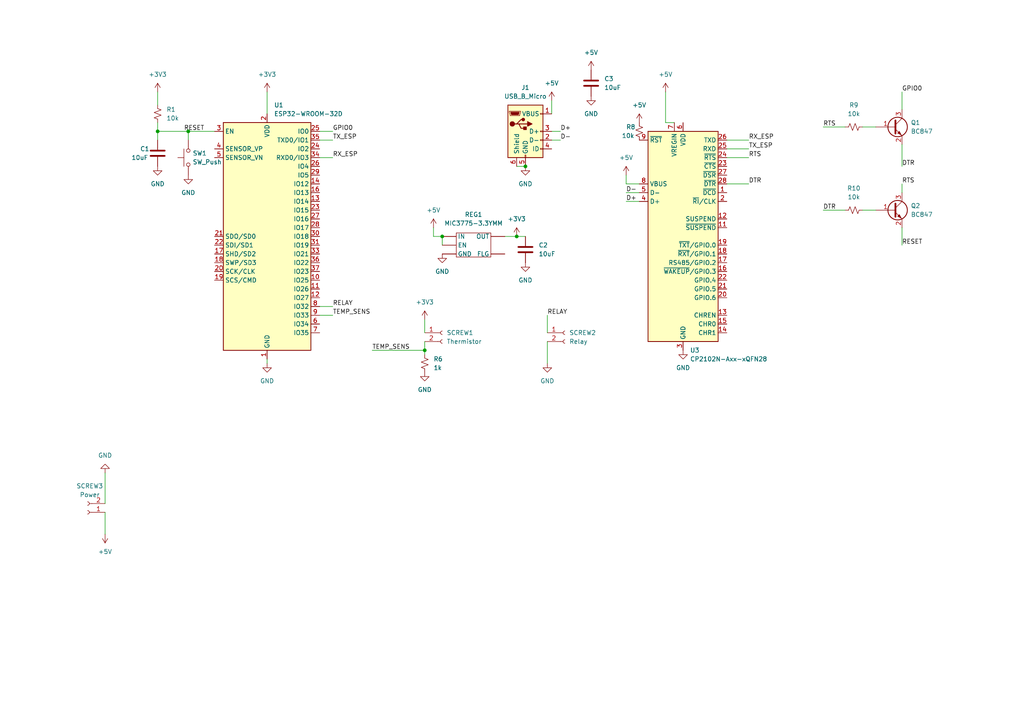
<source format=kicad_sch>
(kicad_sch (version 20211123) (generator eeschema)
  (paper "A4")
  (lib_symbols
    (symbol "Connector:Conn_01x02_Female" (pin_names (offset 1.016) hide)
      (property "Reference" "J" (at 0 2.54 0))
      (property "Value" "Conn_01x02_Female" (at 0 -5.08 0))
      (symbol "Conn_01x02_Female_1_1"
        (arc (start 0 -2.032) (mid -0.508 -2.54) (end 0 -3.048) (stroke (width 0.1524)))
        (polyline (pts (xy -1.27 -2.54) (xy -0.508 -2.54)) (stroke (width 0.1524)))
        (polyline (pts (xy -1.27 0) (xy -0.508 0)) (stroke (width 0.1524)))
        (arc (start 0 0.508) (mid -0.508 0) (end 0 -0.508) (stroke (width 0.1524)))
        (pin passive line (at -5.08 0 0) (length 3.81) (name "Pin_1") (number "1"))
        (pin passive line (at -5.08 -2.54 0) (length 3.81) (name "Pin_2") (number "2"))
      )
    )
    (symbol "Connector:USB_B_Micro" (pin_names (offset 1.016))
      (property "Reference" "J" (at -5.08 11.43 0))
      (property "Value" "USB_B_Micro" (at -5.08 8.89 0))
      (symbol "USB_B_Micro_0_1"
        (rectangle (start -5.08 -7.62) (end 5.08 7.62) (stroke (width 0.254)) (fill (type background)))
        (circle (center -3.81 2.159) (radius 0.635) (stroke (width 0.254)) (fill (type outline)))
        (circle (center -0.635 3.429) (radius 0.381) (stroke (width 0.254)) (fill (type outline)))
        (rectangle (start -0.127 -7.62) (end 0.127 -6.858))
        (polyline (pts (xy -1.905 2.159) (xy 0.635 2.159)) (stroke (width 0.254)))
        (polyline (pts (xy -3.175 2.159) (xy -2.54 2.159) (xy -1.27 3.429) (xy -0.635 3.429)) (stroke (width 0.254)))
        (polyline (pts (xy -2.54 2.159) (xy -1.905 2.159) (xy -1.27 0.889) (xy 0 0.889)) (stroke (width 0.254)))
        (polyline (pts (xy 0.635 2.794) (xy 0.635 1.524) (xy 1.905 2.159) (xy 0.635 2.794)) (stroke (width 0.254)) (fill (type outline)))
        (polyline (pts (xy -4.318 5.588) (xy -1.778 5.588) (xy -2.032 4.826) (xy -4.064 4.826) (xy -4.318 5.588)) (fill (type outline)))
        (polyline (pts (xy -4.699 5.842) (xy -4.699 5.588) (xy -4.445 4.826) (xy -4.445 4.572) (xy -1.651 4.572) (xy -1.651 4.826) (xy -1.397 5.588) (xy -1.397 5.842) (xy -4.699 5.842)))
        (rectangle (start 0.254 1.27) (end -0.508 0.508) (stroke (width 0.254)) (fill (type outline)))
        (rectangle (start 5.08 -5.207) (end 4.318 -4.953))
        (rectangle (start 5.08 -2.667) (end 4.318 -2.413))
        (rectangle (start 5.08 -0.127) (end 4.318 0.127))
        (rectangle (start 5.08 4.953) (end 4.318 5.207))
      )
      (symbol "USB_B_Micro_1_1"
        (pin power_out line (at 7.62 5.08 180) (length 2.54) (name "VBUS") (number "1"))
        (pin bidirectional line (at 7.62 -2.54 180) (length 2.54) (name "D-") (number "2"))
        (pin bidirectional line (at 7.62 0 180) (length 2.54) (name "D+") (number "3"))
        (pin passive line (at 7.62 -5.08 180) (length 2.54) (name "ID") (number "4"))
        (pin power_out line (at 0 -10.16 90) (length 2.54) (name "GND") (number "5"))
        (pin passive line (at -2.54 -10.16 90) (length 2.54) (name "Shield") (number "6"))
      )
    )
    (symbol "Device:C" (pin_numbers hide) (pin_names (offset 0.254))
      (property "Reference" "C" (at 0.635 2.54 0))
      (property "Value" "C" (at 0.635 -2.54 0))
      (symbol "C_0_1"
        (polyline (pts (xy -2.032 -0.762) (xy 2.032 -0.762)) (stroke (width 0.508)))
        (polyline (pts (xy -2.032 0.762) (xy 2.032 0.762)) (stroke (width 0.508)))
      )
      (symbol "C_1_1"
        (pin passive line (at 0 3.81 270) (length 2.794) (name "~") (number "1"))
        (pin passive line (at 0 -3.81 90) (length 2.794) (name "~") (number "2"))
      )
    )
    (symbol "Device:R_Small_US" (pin_numbers hide) (pin_names (offset 0.254) hide)
      (property "Reference" "R" (at 0.762 0.508 0))
      (property "Value" "R_Small_US" (at 0.762 -1.016 0))
      (symbol "R_Small_US_1_1"
        (polyline (pts (xy 0 0) (xy 1.016 -0.381) (xy 0 -0.762) (xy -1.016 -1.143) (xy 0 -1.524)))
        (polyline (pts (xy 0 1.524) (xy 1.016 1.143) (xy 0 0.762) (xy -1.016 0.381) (xy 0 0)))
        (pin passive line (at 0 2.54 270) (length 1.016) (name "~") (number "1"))
        (pin passive line (at 0 -2.54 90) (length 1.016) (name "~") (number "2"))
      )
    )
    (symbol "Interface_USB:CP2102N-Axx-xQFN28"
      (property "Reference" "U" (at -8.89 31.75 0))
      (property "Value" "CP2102N-Axx-xQFN28" (at 12.7 31.75 0))
      (symbol "CP2102N-Axx-xQFN28_0_1"
        (rectangle (start -10.16 30.48) (end 10.16 -30.48) (stroke (width 0.254)) (fill (type background)))
      )
      (symbol "CP2102N-Axx-xQFN28_1_1"
        (pin input line (at 12.7 12.7 180) (length 2.54) (name "~{DCD}") (number "1"))
        (pin no_connect line (at -10.16 -27.94 0) (length 2.54) hide (name "NC") (number "10"))
        (pin output line (at 12.7 2.54 180) (length 2.54) (name "~{SUSPEND}") (number "11"))
        (pin output line (at 12.7 5.08 180) (length 2.54) (name "SUSPEND") (number "12"))
        (pin output line (at 12.7 -22.86 180) (length 2.54) (name "CHREN") (number "13"))
        (pin output line (at 12.7 -27.94 180) (length 2.54) (name "CHR1") (number "14"))
        (pin output line (at 12.7 -25.4 180) (length 2.54) (name "CHR0") (number "15"))
        (pin bidirectional line (at 12.7 -10.16 180) (length 2.54) (name "~{WAKEUP}/GPIO.3") (number "16"))
        (pin bidirectional line (at 12.7 -7.62 180) (length 2.54) (name "RS485/GPIO.2") (number "17"))
        (pin bidirectional line (at 12.7 -5.08 180) (length 2.54) (name "~{RXT}/GPIO.1") (number "18"))
        (pin bidirectional line (at 12.7 -2.54 180) (length 2.54) (name "~{TXT}/GPIO.0") (number "19"))
        (pin bidirectional line (at 12.7 10.16 180) (length 2.54) (name "~{RI}/CLK") (number "2"))
        (pin bidirectional line (at 12.7 -17.78 180) (length 2.54) (name "GPIO.6") (number "20"))
        (pin bidirectional line (at 12.7 -15.24 180) (length 2.54) (name "GPIO.5") (number "21"))
        (pin bidirectional line (at 12.7 -12.7 180) (length 2.54) (name "GPIO.4") (number "22"))
        (pin input line (at 12.7 20.32 180) (length 2.54) (name "~{CTS}") (number "23"))
        (pin output line (at 12.7 22.86 180) (length 2.54) (name "~{RTS}") (number "24"))
        (pin input line (at 12.7 25.4 180) (length 2.54) (name "RXD") (number "25"))
        (pin output line (at 12.7 27.94 180) (length 2.54) (name "TXD") (number "26"))
        (pin input line (at 12.7 17.78 180) (length 2.54) (name "~{DSR}") (number "27"))
        (pin output line (at 12.7 15.24 180) (length 2.54) (name "~{DTR}") (number "28"))
        (pin passive line (at 0 -33.02 90) (length 2.54) hide (name "GND") (number "29"))
        (pin power_in line (at 0 -33.02 90) (length 2.54) (name "GND") (number "3"))
        (pin bidirectional line (at -12.7 10.16 0) (length 2.54) (name "D+") (number "4"))
        (pin bidirectional line (at -12.7 12.7 0) (length 2.54) (name "D-") (number "5"))
        (pin power_in line (at 0 33.02 270) (length 2.54) (name "VDD") (number "6"))
        (pin power_in line (at -2.54 33.02 270) (length 2.54) (name "VREGIN") (number "7"))
        (pin input line (at -12.7 15.24 0) (length 2.54) (name "VBUS") (number "8"))
        (pin input line (at -12.7 27.94 0) (length 2.54) (name "~{RST}") (number "9"))
      )
    )
    (symbol "LinReg:MIC3775-3.3YMM"
      (property "Reference" "REG" (at 1.016 0.254 0))
      (property "Value" "MIC3775-3.3YMM" (at 0.635 -1.651 0))
      (symbol "MIC3775-3.3YMM_0_1"
        (rectangle (start -4.191 -2.794) (end 5.842 -9.779))
      )
      (symbol "MIC3775-3.3YMM_1_1"
        (pin input line (at -8.255 -6.35 0) (length 4) (name "EN") (number "EN"))
        (pin output line (at 9.906 -8.89 180) (length 4) (name "FLG") (number "FLG"))
        (pin input line (at -8.255 -8.89 0) (length 4) (name "GND") (number "GND"))
        (pin input line (at -8.255 -3.81 0) (length 4) (name "IN") (number "IN"))
        (pin output line (at 9.906 -3.81 180) (length 4) (name "OUT") (number "OUT"))
      )
    )
    (symbol "RF_Module:ESP32-WROOM-32D"
      (property "Reference" "U" (at -12.7 34.29 0))
      (property "Value" "ESP32-WROOM-32D" (at 1.27 34.29 0))
      (symbol "ESP32-WROOM-32D_0_1"
        (rectangle (start -12.7 33.02) (end 12.7 -33.02) (stroke (width 0.254)) (fill (type background)))
      )
      (symbol "ESP32-WROOM-32D_1_1"
        (pin power_in line (at 0 -35.56 90) (length 2.54) (name "GND") (number "1"))
        (pin bidirectional line (at 15.24 -12.7 180) (length 2.54) (name "IO25") (number "10"))
        (pin bidirectional line (at 15.24 -15.24 180) (length 2.54) (name "IO26") (number "11"))
        (pin bidirectional line (at 15.24 -17.78 180) (length 2.54) (name "IO27") (number "12"))
        (pin bidirectional line (at 15.24 10.16 180) (length 2.54) (name "IO14") (number "13"))
        (pin bidirectional line (at 15.24 15.24 180) (length 2.54) (name "IO12") (number "14"))
        (pin passive line (at 0 -35.56 90) (length 2.54) hide (name "GND") (number "15"))
        (pin bidirectional line (at 15.24 12.7 180) (length 2.54) (name "IO13") (number "16"))
        (pin bidirectional line (at -15.24 -5.08 0) (length 2.54) (name "SHD/SD2") (number "17"))
        (pin bidirectional line (at -15.24 -7.62 0) (length 2.54) (name "SWP/SD3") (number "18"))
        (pin bidirectional line (at -15.24 -12.7 0) (length 2.54) (name "SCS/CMD") (number "19"))
        (pin power_in line (at 0 35.56 270) (length 2.54) (name "VDD") (number "2"))
        (pin bidirectional line (at -15.24 -10.16 0) (length 2.54) (name "SCK/CLK") (number "20"))
        (pin bidirectional line (at -15.24 0 0) (length 2.54) (name "SDO/SD0") (number "21"))
        (pin bidirectional line (at -15.24 -2.54 0) (length 2.54) (name "SDI/SD1") (number "22"))
        (pin bidirectional line (at 15.24 7.62 180) (length 2.54) (name "IO15") (number "23"))
        (pin bidirectional line (at 15.24 25.4 180) (length 2.54) (name "IO2") (number "24"))
        (pin bidirectional line (at 15.24 30.48 180) (length 2.54) (name "IO0") (number "25"))
        (pin bidirectional line (at 15.24 20.32 180) (length 2.54) (name "IO4") (number "26"))
        (pin bidirectional line (at 15.24 5.08 180) (length 2.54) (name "IO16") (number "27"))
        (pin bidirectional line (at 15.24 2.54 180) (length 2.54) (name "IO17") (number "28"))
        (pin bidirectional line (at 15.24 17.78 180) (length 2.54) (name "IO5") (number "29"))
        (pin input line (at -15.24 30.48 0) (length 2.54) (name "EN") (number "3"))
        (pin bidirectional line (at 15.24 0 180) (length 2.54) (name "IO18") (number "30"))
        (pin bidirectional line (at 15.24 -2.54 180) (length 2.54) (name "IO19") (number "31"))
        (pin no_connect line (at -12.7 -27.94 0) (length 2.54) hide (name "NC") (number "32"))
        (pin bidirectional line (at 15.24 -5.08 180) (length 2.54) (name "IO21") (number "33"))
        (pin bidirectional line (at 15.24 22.86 180) (length 2.54) (name "RXD0/IO3") (number "34"))
        (pin bidirectional line (at 15.24 27.94 180) (length 2.54) (name "TXD0/IO1") (number "35"))
        (pin bidirectional line (at 15.24 -7.62 180) (length 2.54) (name "IO22") (number "36"))
        (pin bidirectional line (at 15.24 -10.16 180) (length 2.54) (name "IO23") (number "37"))
        (pin passive line (at 0 -35.56 90) (length 2.54) hide (name "GND") (number "38"))
        (pin passive line (at 0 -35.56 90) (length 2.54) hide (name "GND") (number "39"))
        (pin input line (at -15.24 25.4 0) (length 2.54) (name "SENSOR_VP") (number "4"))
        (pin input line (at -15.24 22.86 0) (length 2.54) (name "SENSOR_VN") (number "5"))
        (pin input line (at 15.24 -25.4 180) (length 2.54) (name "IO34") (number "6"))
        (pin input line (at 15.24 -27.94 180) (length 2.54) (name "IO35") (number "7"))
        (pin bidirectional line (at 15.24 -20.32 180) (length 2.54) (name "IO32") (number "8"))
        (pin bidirectional line (at 15.24 -22.86 180) (length 2.54) (name "IO33") (number "9"))
      )
    )
    (symbol "Switch:SW_Push" (pin_numbers hide) (pin_names (offset 1.016) hide)
      (property "Reference" "SW" (at 1.27 2.54 0))
      (property "Value" "SW_Push" (at 0 -1.524 0))
      (symbol "SW_Push_0_1"
        (circle (center -2.032 0) (radius 0.508))
        (polyline (pts (xy 0 1.27) (xy 0 3.048)))
        (polyline (pts (xy 2.54 1.27) (xy -2.54 1.27)))
        (circle (center 2.032 0) (radius 0.508))
        (pin passive line (at -5.08 0 0) (length 2.54) (name "1") (number "1"))
        (pin passive line (at 5.08 0 180) (length 2.54) (name "2") (number "2"))
      )
    )
    (symbol "Transistor_BJT:BC847" (pin_names (offset 0) hide)
      (property "Reference" "Q" (at 5.08 1.905 0))
      (property "Value" "BC847" (at 5.08 0 0))
      (symbol "BC847_0_1"
        (polyline (pts (xy 0.635 0.635) (xy 2.54 2.54)))
        (polyline (pts (xy 0.635 -0.635) (xy 2.54 -2.54) (xy 2.54 -2.54)))
        (polyline (pts (xy 0.635 1.905) (xy 0.635 -1.905) (xy 0.635 -1.905)) (stroke (width 0.508)))
        (polyline (pts (xy 1.27 -1.778) (xy 1.778 -1.27) (xy 2.286 -2.286) (xy 1.27 -1.778) (xy 1.27 -1.778)) (fill (type outline)))
        (circle (center 1.27 0) (radius 2.8194) (stroke (width 0.254)))
      )
      (symbol "BC847_1_1"
        (pin input line (at -5.08 0 0) (length 5.715) (name "B") (number "1"))
        (pin passive line (at 2.54 -5.08 90) (length 2.54) (name "E") (number "2"))
        (pin passive line (at 2.54 5.08 270) (length 2.54) (name "C") (number "3"))
      )
    )
    (symbol "power:+3.3V" (power) (pin_names (offset 0))
      (property "Value" "+3.3V" (at 0 3.556 0))
      (symbol "+3.3V_0_1"
        (polyline (pts (xy -0.762 1.27) (xy 0 2.54)))
        (polyline (pts (xy 0 0) (xy 0 2.54)))
        (polyline (pts (xy 0 2.54) (xy 0.762 1.27)))
      )
      (symbol "+3.3V_1_1"
        (pin power_in line (at 0 0 90) (length 0) hide (name "+3V3") (number "1"))
      )
    )
    (symbol "power:+5V" (power) (pin_names (offset 0))
      (property "Value" "+5V" (at 0 3.556 0))
      (symbol "+5V_0_1"
        (polyline (pts (xy -0.762 1.27) (xy 0 2.54)))
        (polyline (pts (xy 0 0) (xy 0 2.54)))
        (polyline (pts (xy 0 2.54) (xy 0.762 1.27)))
      )
      (symbol "+5V_1_1"
        (pin power_in line (at 0 0 90) (length 0) hide (name "+5V") (number "1"))
      )
    )
    (symbol "power:GND" (power) (pin_names (offset 0))
      (property "Value" "GND" (at 0 -3.81 0))
      (symbol "GND_0_1"
        (polyline (pts (xy 0 0) (xy 0 -1.27) (xy 1.27 -1.27) (xy 0 -2.54) (xy -1.27 -1.27) (xy 0 -1.27)))
      )
      (symbol "GND_1_1"
        (pin power_in line (at 0 0 270) (length 0) hide (name "GND") (number "1"))
      )
    )
  )
  (junction (at 152.4 48.26))
  (junction (at 123.19 101.6))
  (junction (at 45.72 38.1))
  (junction (at 149.86 68.58))
  (junction (at 54.61 38.1))
  (junction (at 128.27 68.58))
  (wire (pts (xy 210.82 43.18) (xy 217.17 43.18)))
  (wire (pts (xy 92.71 91.44) (xy 96.52 91.44)))
  (wire (pts (xy 149.86 68.58) (xy 152.4 68.58)))
  (wire (pts (xy 160.02 40.64) (xy 162.56 40.64)))
  (wire (pts (xy 107.95 101.6) (xy 123.19 101.6)))
  (wire (pts (xy 123.19 99.06) (xy 123.19 101.6)))
  (wire (pts (xy 128.27 68.58) (xy 128.27 71.12)))
  (wire (pts (xy 77.47 104.14) (xy 77.47 105.41)))
  (wire (pts (xy 30.48 137.16) (xy 30.48 146.05)))
  (wire (pts (xy 160.02 29.21) (xy 160.02 33.02)))
  (wire (pts (xy 92.71 38.1) (xy 96.52 38.1)))
  (wire (pts (xy 77.47 26.67) (xy 77.47 33.02)))
  (wire (pts (xy 45.72 38.1) (xy 45.72 40.64)))
  (wire (pts (xy 123.19 92.71) (xy 123.19 96.52)))
  (wire (pts (xy 30.48 148.59) (xy 30.48 154.94)))
  (wire (pts (xy 158.75 99.06) (xy 158.75 105.41)))
  (wire (pts (xy 45.72 35.56) (xy 45.72 38.1)))
  (wire (pts (xy 149.86 48.26) (xy 152.4 48.26)))
  (wire (pts (xy 261.62 41.91) (xy 261.62 48.26)))
  (wire (pts (xy 92.71 45.72) (xy 96.52 45.72)))
  (wire (pts (xy 210.82 53.34) (xy 217.17 53.34)))
  (wire (pts (xy 158.75 91.44) (xy 158.75 96.52)))
  (wire (pts (xy 261.62 26.67) (xy 261.62 31.75)))
  (wire (pts (xy 181.61 55.88) (xy 185.42 55.88)))
  (wire (pts (xy 45.72 26.67) (xy 45.72 30.48)))
  (wire (pts (xy 181.61 58.42) (xy 185.42 58.42)))
  (wire (pts (xy 261.62 66.04) (xy 261.62 71.12)))
  (wire (pts (xy 238.76 60.96) (xy 245.11 60.96)))
  (wire (pts (xy 210.82 45.72) (xy 217.17 45.72)))
  (wire (pts (xy 92.71 40.64) (xy 96.52 40.64)))
  (wire (pts (xy 125.73 68.58) (xy 128.27 68.58)))
  (wire (pts (xy 250.19 60.96) (xy 254 60.96)))
  (wire (pts (xy 250.19 36.83) (xy 254 36.83)))
  (wire (pts (xy 181.61 53.34) (xy 185.42 53.34)))
  (wire (pts (xy 54.61 38.1) (xy 54.61 40.64)))
  (wire (pts (xy 54.61 38.1) (xy 62.23 38.1)))
  (wire (pts (xy 125.73 66.04) (xy 125.73 68.58)))
  (wire (pts (xy 181.61 50.8) (xy 181.61 53.34)))
  (wire (pts (xy 261.62 53.34) (xy 261.62 55.88)))
  (wire (pts (xy 146.431 68.58) (xy 149.86 68.58)))
  (wire (pts (xy 123.19 101.6) (xy 123.19 102.87)))
  (wire (pts (xy 193.04 35.56) (xy 195.58 35.56)))
  (wire (pts (xy 238.76 36.83) (xy 245.11 36.83)))
  (wire (pts (xy 92.71 88.9) (xy 96.52 88.9)))
  (wire (pts (xy 160.02 38.1) (xy 162.56 38.1)))
  (wire (pts (xy 193.04 26.67) (xy 193.04 35.56)))
  (wire (pts (xy 210.82 40.64) (xy 217.17 40.64)))
  (wire (pts (xy 45.72 38.1) (xy 54.61 38.1)))
  (label "D-" (at 181.61 55.88 0))
  (label "D+" (at 162.56 38.1 0))
  (label "RTS" (at 238.76 36.83 0))
  (label "TEMP_SENS" (at 96.52 91.44 0))
  (label "RESET" (at 261.62 71.12 0))
  (label "TX_ESP" (at 96.52 40.64 0))
  (label "D-" (at 162.56 40.64 0))
  (label "TEMP_SENS" (at 107.95 101.6 0))
  (label "RESET" (at 53.34 38.1 0))
  (label "RTS" (at 217.17 45.72 0))
  (label "RELAY" (at 96.52 88.9 0))
  (label "DTR" (at 261.62 48.26 0))
  (label "RX_ESP" (at 96.52 45.72 0))
  (label "DTR" (at 217.17 53.34 0))
  (label "GPIO0" (at 261.62 26.67 0))
  (label "RELAY" (at 158.75 91.44 0))
  (label "RTS" (at 261.62 53.34 0))
  (label "RX_ESP" (at 217.17 40.64 0))
  (label "DTR" (at 238.76 60.96 0))
  (label "TX_ESP" (at 217.17 43.18 0))
  (label "GPIO0" (at 96.52 38.1 0))
  (label "D+" (at 181.61 58.42 0))
  (symbol (lib_id "Device:C") (at 152.4 72.39 0) (unit 1)
    (property "Reference" "C2" (at 156.21 71.1199 0) (effects (justify left)))
    (property "Value" "10uF" (at 156.21 73.6599 0) (effects (justify left)))
    (property "Footprint" "Capacitor_SMD:C_0603_1608Metric" (effects hide))
  )
  (symbol (lib_id "Connector:USB_B_Micro") (at 152.4 38.1 0) (unit 1)
    (property "Reference" "J1" (at 152.4 25.4 0))
    (property "Value" "USB_B_Micro" (at 152.4 27.94 0))
    (property "Footprint" "Connector_USB:USB_Micro-B_Amphenol_10104110_Horizontal" (effects hide))
  )
  (symbol (lib_id "power:GND") (at 77.47 105.41 0) (unit 1)
    (property "Reference" "#PWR0116" (effects hide))
    (property "Value" "GND" (at 77.47 110.49 0))
  )
  (symbol (lib_id "power:+5V") (at 30.48 154.94 180) (unit 1)
    (property "Reference" "#PWR0126" (effects hide))
    (property "Value" "+5V" (at 30.48 160.02 0))
  )
  (symbol (lib_id "power:+5V") (at 185.42 35.56 0) (unit 1)
    (property "Reference" "#PWR0112" (effects hide))
    (property "Value" "+5V" (at 185.42 30.48 0))
  )
  (symbol (lib_id "Connector:Conn_01x02_Female") (at 163.83 96.52 0) (unit 1)
    (property "Reference" "SCREW2" (at 165.1 96.5199 0) (effects (justify left)))
    (property "Value" "Relay" (at 165.1 99.0599 0) (effects (justify left)))
    (property "Footprint" "Connector:JWT_A3963_1x02_P3.96mm_Vertical" (effects hide))
  )
  (symbol (lib_id "power:+3.3V") (at 77.47 26.67 0) (unit 1)
    (property "Reference" "#PWR0102" (effects hide))
    (property "Value" "+3.3V" (at 77.47 21.59 0))
  )
  (symbol (lib_id "power:GND") (at 152.4 48.26 0) (unit 1)
    (property "Reference" "#PWR0107" (effects hide))
    (property "Value" "GND" (at 152.4 53.34 0))
  )
  (symbol (lib_id "Transistor_BJT:BC847") (at 259.08 36.83 0) (unit 1)
    (property "Reference" "Q1" (at 264.16 35.5599 0) (effects (justify left)))
    (property "Value" "BC847" (at 264.16 38.0999 0) (effects (justify left)))
    (property "Footprint" "Package_TO_SOT_SMD:SOT-523" (effects hide))
    (property "Datasheet" "http://www.infineon.com/dgdl/Infineon-BC847SERIES_BC848SERIES_BC849SERIES_BC850SERIES-DS-v01_01-en.pdf?fileId=db3a304314dca389011541d4630a1657" (effects hide))
  )
  (symbol (lib_id "Device:R_Small_US") (at 185.42 38.1 180) (unit 1)
    (property "Reference" "R8" (at 181.61 36.83 0) (effects (justify right)))
    (property "Value" "10k" (at 180.34 39.37 0) (effects (justify right)))
    (property "Footprint" "Resistor_SMD:R_0603_1608Metric" (effects hide))
  )
  (symbol (lib_id "power:GND") (at 128.27 73.66 0) (unit 1)
    (property "Reference" "#PWR0106" (effects hide))
    (property "Value" "GND" (at 128.27 78.74 0))
  )
  (symbol (lib_id "power:GND") (at 123.19 107.95 0) (unit 1)
    (property "Reference" "#PWR0123" (effects hide))
    (property "Value" "GND" (at 123.19 113.03 0))
  )
  (symbol (lib_id "power:+5V") (at 171.45 20.32 0) (unit 1)
    (property "Reference" "#PWR0114" (effects hide))
    (property "Value" "+5V" (at 171.45 15.24 0))
  )
  (symbol (lib_id "power:GND") (at 30.48 137.16 180) (unit 1)
    (property "Reference" "#PWR0125" (effects hide))
    (property "Value" "GND" (at 30.48 132.08 0))
  )
  (symbol (lib_id "power:GND") (at 45.72 48.26 0) (unit 1)
    (property "Reference" "#PWR0104" (effects hide))
    (property "Value" "GND" (at 45.72 53.34 0))
  )
  (symbol (lib_id "power:GND") (at 198.12 101.6 0) (unit 1)
    (property "Reference" "#PWR0108" (effects hide))
    (property "Value" "GND" (at 198.12 106.68 0))
  )
  (symbol (lib_id "power:GND") (at 158.75 105.41 0) (unit 1)
    (property "Reference" "#PWR0124" (effects hide))
    (property "Value" "GND" (at 158.75 110.49 0))
  )
  (symbol (lib_id "RF_Module:ESP32-WROOM-32D") (at 77.47 68.58 0) (unit 1)
    (property "Reference" "U1" (at 79.4894 30.48 0) (effects (justify left)))
    (property "Value" "ESP32-WROOM-32D" (at 79.4894 33.02 0) (effects (justify left)))
    (property "Footprint" "RF_Module:ESP32-WROOM-32" (effects hide))
    (property "Datasheet" "https://www.espressif.com/sites/default/files/documentation/esp32-wroom-32d_esp32-wroom-32u_datasheet_en.pdf" (effects hide))
  )
  (symbol (lib_id "power:+5V") (at 181.61 50.8 0) (unit 1)
    (property "Reference" "#PWR0110" (effects hide))
    (property "Value" "+5V" (at 181.61 45.72 0))
  )
  (symbol (lib_id "power:GND") (at 152.4 76.2 0) (unit 1)
    (property "Reference" "#PWR0118" (effects hide))
    (property "Value" "GND" (at 152.4 81.28 0))
  )
  (symbol (lib_id "power:GND") (at 171.45 27.94 0) (unit 1)
    (property "Reference" "#PWR0115" (effects hide))
    (property "Value" "GND" (at 171.45 33.02 0))
  )
  (symbol (lib_id "power:+5V") (at 125.73 66.04 0) (unit 1)
    (property "Reference" "#PWR0105" (effects hide))
    (property "Value" "+5V" (at 125.73 60.96 0))
  )
  (symbol (lib_id "power:+3.3V") (at 123.19 92.71 0) (unit 1)
    (property "Reference" "#PWR0122" (effects hide))
    (property "Value" "+3.3V" (at 123.19 87.63 0))
  )
  (symbol (lib_id "Connector:Conn_01x02_Female") (at 25.4 148.59 180) (unit 1)
    (property "Reference" "SCREW3" (at 26.035 140.97 0))
    (property "Value" "Power" (at 26.035 143.51 0))
    (property "Footprint" "Connector:JWT_A3963_1x02_P3.96mm_Vertical" (effects hide))
  )
  (symbol (lib_id "Interface_USB:CP2102N-Axx-xQFN28") (at 198.12 68.58 0) (unit 1)
    (property "Reference" "U3" (at 200.1394 101.6 0) (effects (justify left)))
    (property "Value" "CP2102N-Axx-xQFN28" (at 200.1394 104.14 0) (effects (justify left)))
    (property "Footprint" "Package_DFN_QFN:QFN-28-1EP_5x5mm_P0.5mm_EP3.35x3.35mm" (effects hide))
    (property "Datasheet" "https://www.silabs.com/documents/public/data-sheets/cp2102n-datasheet.pdf" (effects hide))
  )
  (symbol (lib_id "Switch:SW_Push") (at 54.61 45.72 90) (unit 1)
    (property "Reference" "SW1" (at 55.88 44.4499 90) (effects (justify right)))
    (property "Value" "SW_Push" (at 55.88 46.9899 90) (effects (justify right)))
    (property "Footprint" "Button_Switch_SMD:SW_SPST_EVPBF" (effects hide))
  )
  (symbol (lib_id "Device:R_Small_US") (at 247.65 60.96 90) (unit 1)
    (property "Reference" "R10" (at 247.65 54.61 90))
    (property "Value" "10k" (at 247.65 57.15 90))
    (property "Footprint" "Resistor_SMD:R_0603_1608Metric" (effects hide))
  )
  (symbol (lib_id "Connector:Conn_01x02_Female") (at 128.27 96.52 0) (unit 1)
    (property "Reference" "SCREW1" (at 129.54 96.5199 0) (effects (justify left)))
    (property "Value" "Thermistor" (at 129.54 99.0599 0) (effects (justify left)))
    (property "Footprint" "Connector:JWT_A3963_1x02_P3.96mm_Vertical" (effects hide))
  )
  (symbol (lib_id "power:+3.3V") (at 45.72 26.67 0) (unit 1)
    (property "Reference" "#PWR0101" (effects hide))
    (property "Value" "+3.3V" (at 45.72 21.59 0))
  )
  (symbol (lib_id "Transistor_BJT:BC847") (at 259.08 60.96 0) (unit 1)
    (property "Reference" "Q2" (at 264.16 59.6899 0) (effects (justify left)))
    (property "Value" "BC847" (at 264.16 62.2299 0) (effects (justify left)))
    (property "Footprint" "Package_TO_SOT_SMD:SOT-523" (effects hide))
    (property "Datasheet" "http://www.infineon.com/dgdl/Infineon-BC847SERIES_BC848SERIES_BC849SERIES_BC850SERIES-DS-v01_01-en.pdf?fileId=db3a304314dca389011541d4630a1657" (effects hide))
  )
  (symbol (lib_id "power:GND") (at 54.61 50.8 0) (unit 1)
    (property "Reference" "#PWR0103" (effects hide))
    (property "Value" "GND" (at 54.61 55.88 0))
  )
  (symbol (lib_id "LinReg:MIC3775-3.3YMM") (at 136.525 64.77 0) (unit 1)
    (property "Reference" "REG1" (at 137.3505 62.23 0))
    (property "Value" "MIC3775-3.3YMM" (at 137.3505 64.77 0))
    (property "Footprint" "LinReg:MSOP8-Reg" (effects hide))
  )
  (symbol (lib_id "Device:C") (at 171.45 24.13 0) (unit 1)
    (property "Reference" "C3" (at 175.26 22.8599 0) (effects (justify left)))
    (property "Value" "10uF" (at 175.26 25.3999 0) (effects (justify left)))
    (property "Footprint" "Capacitor_SMD:C_0603_1608Metric" (effects hide))
  )
  (symbol (lib_id "power:+5V") (at 193.04 26.67 0) (unit 1)
    (property "Reference" "#PWR0113" (effects hide))
    (property "Value" "+5V" (at 193.04 21.59 0))
  )
  (symbol (lib_id "Device:R_Small_US") (at 247.65 36.83 90) (unit 1)
    (property "Reference" "R9" (at 247.65 30.48 90))
    (property "Value" "10k" (at 247.65 33.02 90))
    (property "Footprint" "Resistor_SMD:R_0603_1608Metric" (effects hide))
  )
  (symbol (lib_id "power:+5V") (at 160.02 29.21 0) (unit 1)
    (property "Reference" "#PWR0109" (effects hide))
    (property "Value" "+5V" (at 160.02 24.13 0))
  )
  (symbol (lib_id "Device:R_Small_US") (at 45.72 33.02 0) (unit 1)
    (property "Reference" "R1" (at 48.26 31.7499 0) (effects (justify left)))
    (property "Value" "10k" (at 48.26 34.2899 0) (effects (justify left)))
    (property "Footprint" "Resistor_SMD:R_0603_1608Metric" (effects hide))
  )
  (symbol (lib_id "Device:R_Small_US") (at 123.19 105.41 0) (unit 1)
    (property "Reference" "R6" (at 125.73 104.1399 0) (effects (justify left)))
    (property "Value" "1k" (at 125.73 106.6799 0) (effects (justify left)))
    (property "Footprint" "Resistor_SMD:R_0603_1608Metric" (effects hide))
  )
  (symbol (lib_id "power:+3.3V") (at 149.86 68.58 0) (unit 1)
    (property "Reference" "#PWR0117" (effects hide))
    (property "Value" "+3.3V" (at 149.86 63.5 0))
  )
  (symbol (lib_id "Device:C") (at 45.72 44.45 0) (unit 1)
    (property "Reference" "C1" (at 40.64 43.18 0) (effects (justify left)))
    (property "Value" "10uF" (at 38.1 45.72 0) (effects (justify left)))
    (property "Footprint" "Capacitor_SMD:C_0603_1608Metric" (effects hide))
  )
)
</source>
